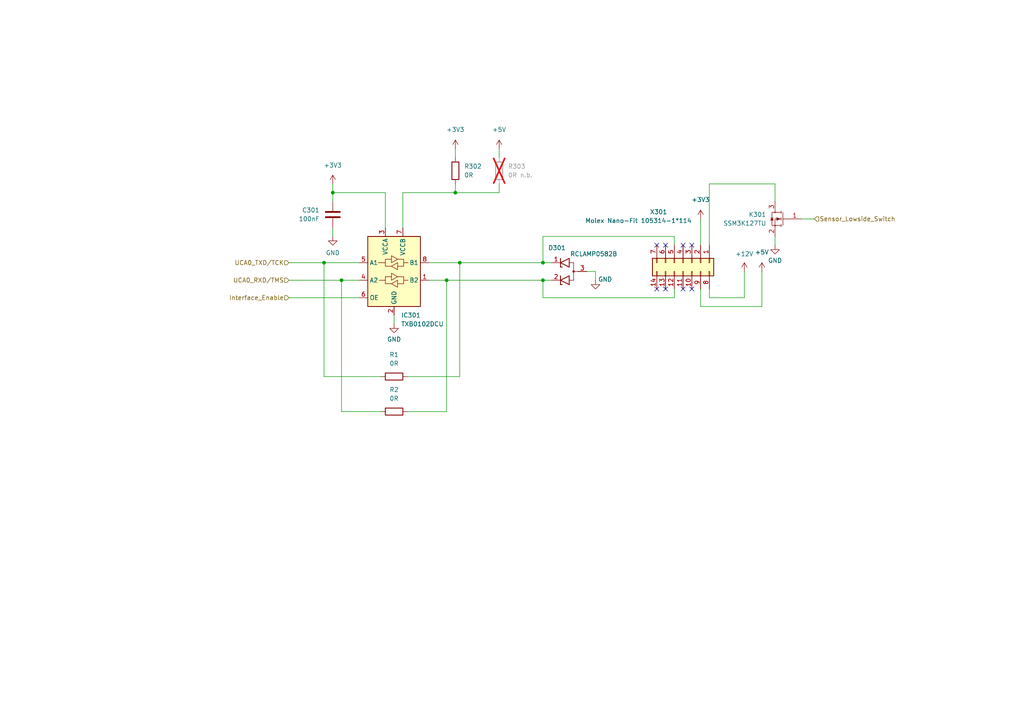
<source format=kicad_sch>
(kicad_sch (version 20250114) (generator "eeschema") (generator_version "9.0")
  (paper "A4")
  (lib_symbols
    (symbol "Connector_Generic:Conn_02x07_Top_Bottom" (pin_names (offset 1.016) (hide yes))
      (property "Reference" "J" (at 1.27 10.16 0))
      (property "Value" "Conn_02x07_Top_Bottom" (at 1.27 -10.16 0))
      (symbol "Conn_02x07_Top_Bottom_1_1"
        (rectangle (start -1.27 8.89) (end 3.81 -8.89) (stroke (width 0.254)) (fill (type background)))
        (rectangle (start -1.27 7.747) (end 0 7.493) (stroke (width 0.1524)))
        (rectangle (start -1.27 5.207) (end 0 4.953) (stroke (width 0.1524)))
        (rectangle (start -1.27 2.667) (end 0 2.413) (stroke (width 0.1524)))
        (rectangle (start -1.27 0.127) (end 0 -0.127) (stroke (width 0.1524)))
        (rectangle (start -1.27 -2.413) (end 0 -2.667) (stroke (width 0.1524)))
        (rectangle (start -1.27 -4.953) (end 0 -5.207) (stroke (width 0.1524)))
        (rectangle (start -1.27 -7.493) (end 0 -7.747) (stroke (width 0.1524)))
        (rectangle (start 3.81 7.747) (end 2.54 7.493) (stroke (width 0.1524)))
        (rectangle (start 3.81 5.207) (end 2.54 4.953) (stroke (width 0.1524)))
        (rectangle (start 3.81 2.667) (end 2.54 2.413) (stroke (width 0.1524)))
        (rectangle (start 3.81 0.127) (end 2.54 -0.127) (stroke (width 0.1524)))
        (rectangle (start 3.81 -2.413) (end 2.54 -2.667) (stroke (width 0.1524)))
        (rectangle (start 3.81 -4.953) (end 2.54 -5.207) (stroke (width 0.1524)))
        (rectangle (start 3.81 -7.493) (end 2.54 -7.747) (stroke (width 0.1524)))
        (pin passive line (at -5.08 7.62 0) (length 3.81) (name "Pin_1") (number "1"))
        (pin passive line (at -5.08 5.08 0) (length 3.81) (name "Pin_2") (number "2"))
        (pin passive line (at -5.08 2.54 0) (length 3.81) (name "Pin_3") (number "3"))
        (pin passive line (at -5.08 0 0) (length 3.81) (name "Pin_4") (number "4"))
        (pin passive line (at -5.08 -2.54 0) (length 3.81) (name "Pin_5") (number "5"))
        (pin passive line (at -5.08 -5.08 0) (length 3.81) (name "Pin_6") (number "6"))
        (pin passive line (at -5.08 -7.62 0) (length 3.81) (name "Pin_7") (number "7"))
        (pin passive line (at 7.62 7.62 180) (length 3.81) (name "Pin_8") (number "8"))
        (pin passive line (at 7.62 5.08 180) (length 3.81) (name "Pin_9") (number "9"))
        (pin passive line (at 7.62 2.54 180) (length 3.81) (name "Pin_10") (number "10"))
        (pin passive line (at 7.62 0 180) (length 3.81) (name "Pin_11") (number "11"))
        (pin passive line (at 7.62 -2.54 180) (length 3.81) (name "Pin_12") (number "12"))
        (pin passive line (at 7.62 -5.08 180) (length 3.81) (name "Pin_13") (number "13"))
        (pin passive line (at 7.62 -7.62 180) (length 3.81) (name "Pin_14") (number "14"))
      )
    )
    (symbol "Device:C" (pin_numbers (hide yes)) (pin_names (offset 0.254))
      (property "Reference" "C" (at 0.635 2.54 0))
      (property "Value" "C" (at 0.635 -2.54 0))
      (symbol "C_0_1"
        (polyline (pts (xy -2.032 0.762) (xy 2.032 0.762)) (stroke (width 0.508)))
        (polyline (pts (xy -2.032 -0.762) (xy 2.032 -0.762)) (stroke (width 0.508)))
      )
      (symbol "C_1_1"
        (pin passive line (at 0 3.81 270) (length 2.794) (name "~") (number "1"))
        (pin passive line (at 0 -3.81 90) (length 2.794) (name "~") (number "2"))
      )
    )
    (symbol "Device:R" (pin_numbers (hide yes)) (pin_names (offset 0))
      (property "Reference" "R" (at 2.032 0 90))
      (property "Value" "R" (at 0 0 90))
      (symbol "R_0_1"
        (rectangle (start -1.016 -2.54) (end 1.016 2.54) (stroke (width 0.254)))
      )
      (symbol "R_1_1"
        (pin passive line (at 0 3.81 270) (length 1.27) (name "~") (number "1"))
        (pin passive line (at 0 -3.81 90) (length 1.27) (name "~") (number "2"))
      )
    )
    (symbol "HER_Symbole:NMOS_FET"
      (property "Reference" "K301" (at 2.54 -1.2701 0))
      (property "Value" "SSM3K127TU" (at 2.54 1.2699 0))
      (symbol "NMOS_FET_0_1"
        (polyline (pts (xy -3.81 0) (xy -2.286 0)))
        (polyline (pts (xy -2.286 -1.905) (xy -2.286 1.905)))
        (polyline (pts (xy -1.778 2.286) (xy -1.778 1.524)))
        (polyline (pts (xy -1.778 1.905) (xy 0 1.905)))
        (polyline (pts (xy -1.778 0.381) (xy -1.778 -0.381)))
        (polyline (pts (xy -1.778 0) (xy 0 0) (xy 0 2.032)))
        (polyline (pts (xy -1.778 -1.524) (xy -1.778 -2.286)))
        (polyline (pts (xy -1.778 -1.905) (xy 0.254 -1.905) (xy 0.889 -1.905) (xy 0.889 1.905) (xy 0.254 1.905) (xy 0 1.905)))
        (polyline (pts (xy -1.397 0) (xy -0.508 0.381) (xy -0.508 -0.381) (xy -1.397 0)) (fill (type outline)))
        (circle (center 0 1.905) (radius 0.127))
        (circle (center 0 -1.905) (radius 0.127))
        (polyline (pts (xy 0.508 -0.254) (xy 1.27 -0.254)))
        (polyline (pts (xy 0.889 -0.254) (xy 1.27 0.381) (xy 0.508 0.381) (xy 0.889 -0.254)) (fill (type outline)))
      )
      (symbol "NMOS_FET_1_1"
        (pin passive line (at -7.62 0 0) (length 3.81) (name "") (number "1"))
        (pin passive line (at 0 5.08 270) (length 3.048) (name "") (number "2"))
        (pin passive line (at 0 -5.08 90) (length 3.048) (name "") (number "3"))
      )
    )
    (symbol "Logic_LevelTranslator:TXB0102DCU"
      (property "Reference" "U" (at -6.35 11.43 0))
      (property "Value" "TXB0102DCU" (at 3.81 11.43 0))
      (symbol "TXB0102DCU_0_1"
        (rectangle (start -7.62 10.16) (end 7.62 -10.16) (stroke (width 0.254)) (fill (type background)))
        (polyline (pts (xy -2.54 2.54) (xy -2.54 3.556) (xy -0.762 3.556)))
        (polyline (pts (xy -2.54 -2.54) (xy -2.54 -1.524) (xy -0.762 -1.524)))
        (polyline (pts (xy -0.762 2.54) (xy -0.762 4.572) (xy 1.016 3.556) (xy -0.762 2.54)))
        (polyline (pts (xy -0.762 1.524) (xy -2.54 1.524) (xy -2.54 2.54) (xy -4.572 2.54)))
        (polyline (pts (xy -0.762 -2.54) (xy -0.762 -0.508) (xy 1.016 -1.524) (xy -0.762 -2.54)))
        (polyline (pts (xy -0.762 -3.556) (xy -2.54 -3.556) (xy -2.54 -2.54) (xy -4.318 -2.54)))
        (polyline (pts (xy 1.016 3.556) (xy 2.794 3.556) (xy 2.794 2.54) (xy 4.064 2.54)))
        (polyline (pts (xy 1.016 2.54) (xy 1.016 0.762) (xy 1.016 0.508) (xy -0.762 1.524) (xy 1.016 2.54)))
        (polyline (pts (xy 1.016 -1.524) (xy 2.794 -1.524) (xy 2.794 -2.54) (xy 4.064 -2.54)))
        (polyline (pts (xy 1.016 -2.54) (xy 1.016 -4.572) (xy -0.762 -3.556) (xy 1.016 -2.54)))
        (polyline (pts (xy 2.794 2.54) (xy 2.794 1.524) (xy 1.016 1.524)))
        (polyline (pts (xy 2.794 -2.54) (xy 2.794 -3.556) (xy 1.016 -3.556)))
      )
      (symbol "TXB0102DCU_1_1"
        (pin bidirectional line (at -10.16 2.54 0) (length 2.54) (name "A1") (number "5"))
        (pin bidirectional line (at -10.16 -2.54 0) (length 2.54) (name "A2") (number "4"))
        (pin input line (at -10.16 -7.62 0) (length 2.54) (name "OE") (number "6"))
        (pin power_in line (at -2.54 12.7 270) (length 2.54) (name "VCCA") (number "3"))
        (pin power_in line (at 0 -12.7 90) (length 2.54) (name "GND") (number "2"))
        (pin power_in line (at 2.54 12.7 270) (length 2.54) (name "VCCB") (number "7"))
        (pin bidirectional line (at 10.16 2.54 180) (length 2.54) (name "B1") (number "8"))
        (pin bidirectional line (at 10.16 -2.54 180) (length 2.54) (name "B2") (number "1"))
      )
    )
    (symbol "Power_Protection:RCLAMP0582B" (pin_names (hide yes))
      (property "Reference" "D" (at 0 5.08 0))
      (property "Value" "RCLAMP0582B" (at 0 -5.08 0))
      (symbol "RCLAMP0582B_0_1"
        (polyline (pts (xy -2.54 0) (xy -1.27 0)))
        (polyline (pts (xy -1.27 2.54) (xy -1.27 -2.54)))
        (polyline (pts (xy 0 2.54) (xy -1.27 2.54)) (stroke (width 0.1524)))
        (polyline (pts (xy 0 1.27) (xy 0 3.81) (xy 2.54 2.54) (xy 0 1.27)) (stroke (width 0.254)))
        (polyline (pts (xy 2.54 3.81) (xy 2.54 1.27) (xy 2.032 1.27)) (stroke (width 0.254)))
        (pin passive line (at -5.08 0 0) (length 2.54) (name "A") (number "3"))
      )
      (symbol "RCLAMP0582B_1_1"
        (circle (center -1.27 0) (radius 0.254) (fill (type outline)))
        (polyline (pts (xy 0 -2.54) (xy -1.27 -2.54)) (stroke (width 0.1524)))
        (polyline (pts (xy 0 -3.81) (xy 0 -1.27) (xy 2.54 -2.54) (xy 0 -3.81)) (stroke (width 0.254)))
        (polyline (pts (xy 2.54 -1.27) (xy 2.54 -3.81) (xy 2.032 -3.81)) (stroke (width 0.254)))
        (pin passive line (at 5.08 2.54 180) (length 2.54) (name "K1") (number "1"))
        (pin passive line (at 5.08 -2.54 180) (length 2.54) (name "K2") (number "2"))
      )
    )
    (symbol "power:+12V" (power) (pin_names (offset 0))
      (property "Value" "+12V" (at 0 3.556 0))
      (symbol "+12V_0_1"
        (polyline (pts (xy -0.762 1.27) (xy 0 2.54)))
        (polyline (pts (xy 0 2.54) (xy 0.762 1.27)))
        (polyline (pts (xy 0 0) (xy 0 2.54)))
      )
      (symbol "+12V_1_1"
        (pin power_in line (at 0 0 90) (length 0) (hide yes) (name "+12V") (number "1"))
      )
    )
    (symbol "power:+3.3V" (power) (pin_names (offset 0))
      (property "Value" "+3.3V" (at 0 3.556 0))
      (symbol "+3.3V_0_1"
        (polyline (pts (xy -0.762 1.27) (xy 0 2.54)))
        (polyline (pts (xy 0 2.54) (xy 0.762 1.27)))
        (polyline (pts (xy 0 0) (xy 0 2.54)))
      )
      (symbol "+3.3V_1_1"
        (pin power_in line (at 0 0 90) (length 0) (hide yes) (name "+3V3") (number "1"))
      )
    )
    (symbol "power:+3V3" (power) (pin_names (offset 0))
      (property "Value" "+3V3" (at 0 3.556 0))
      (symbol "+3V3_0_1"
        (polyline (pts (xy -0.762 1.27) (xy 0 2.54)))
        (polyline (pts (xy 0 2.54) (xy 0.762 1.27)))
        (polyline (pts (xy 0 0) (xy 0 2.54)))
      )
      (symbol "+3V3_1_1"
        (pin power_in line (at 0 0 90) (length 0) (hide yes) (name "+3V3") (number "1"))
      )
    )
    (symbol "power:+5V" (power) (pin_names (offset 0))
      (property "Value" "+5V" (at 0 3.556 0))
      (symbol "+5V_0_1"
        (polyline (pts (xy -0.762 1.27) (xy 0 2.54)))
        (polyline (pts (xy 0 2.54) (xy 0.762 1.27)))
        (polyline (pts (xy 0 0) (xy 0 2.54)))
      )
      (symbol "+5V_1_1"
        (pin power_in line (at 0 0 90) (length 0) (hide yes) (name "+5V") (number "1"))
      )
    )
    (symbol "power:GND" (power) (pin_names (offset 0))
      (property "Value" "GND" (at 0 -3.81 0))
      (symbol "GND_0_1"
        (polyline (pts (xy 0 0) (xy 0 -1.27) (xy 1.27 -1.27) (xy 0 -2.54) (xy -1.27 -1.27) (xy 0 -1.27)))
      )
      (symbol "GND_1_1"
        (pin power_in line (at 0 0 270) (length 0) (hide yes) (name "GND") (number "1"))
      )
    )
  )
  (junction (at 132.08 55.88))
  (junction (at 157.48 81.28))
  (junction (at 99.06 81.28))
  (junction (at 96.52 55.88))
  (junction (at 157.48 76.2))
  (junction (at 93.98 76.2))
  (junction (at 129.54 81.28))
  (junction (at 133.35 76.2))
  (no_connect (at 198.12 71.12))
  (no_connect (at 200.66 71.12))
  (no_connect (at 190.5 71.12))
  (no_connect (at 193.04 71.12))
  (no_connect (at 190.5 83.82))
  (no_connect (at 200.66 83.82))
  (no_connect (at 198.12 83.82))
  (no_connect (at 193.04 83.82))
  (wire (pts (xy 157.48 81.28) (xy 160.02 81.28)))
  (wire (pts (xy 132.08 43.18) (xy 132.08 45.72)))
  (wire (pts (xy 205.74 86.36) (xy 215.9 86.36)))
  (wire (pts (xy 111.76 55.88) (xy 111.76 66.04)))
  (wire (pts (xy 96.52 55.88) (xy 96.52 58.42)))
  (wire (pts (xy 114.3 93.98) (xy 114.3 91.44)))
  (wire (pts (xy 157.48 68.58) (xy 195.58 68.58)))
  (wire (pts (xy 232.41 63.5) (xy 236.22 63.5)))
  (wire (pts (xy 116.84 55.88) (xy 132.08 55.88)))
  (wire (pts (xy 132.08 55.88) (xy 132.08 53.34)))
  (wire (pts (xy 129.54 119.38) (xy 129.54 81.28)))
  (wire (pts (xy 157.48 76.2) (xy 160.02 76.2)))
  (wire (pts (xy 215.9 86.36) (xy 215.9 78.74)))
  (wire (pts (xy 124.46 76.2) (xy 133.35 76.2)))
  (wire (pts (xy 93.98 76.2) (xy 104.14 76.2)))
  (wire (pts (xy 96.52 68.58) (xy 96.52 66.04)))
  (wire (pts (xy 195.58 83.82) (xy 195.58 86.36)))
  (wire (pts (xy 224.79 68.58) (xy 224.79 71.12)))
  (wire (pts (xy 83.82 86.36) (xy 104.14 86.36)))
  (wire (pts (xy 110.49 109.22) (xy 93.98 109.22)))
  (wire (pts (xy 93.98 109.22) (xy 93.98 76.2)))
  (wire (pts (xy 116.84 55.88) (xy 116.84 66.04)))
  (wire (pts (xy 96.52 53.34) (xy 96.52 55.88)))
  (wire (pts (xy 124.46 81.28) (xy 129.54 81.28)))
  (wire (pts (xy 133.35 76.2) (xy 157.48 76.2)))
  (wire (pts (xy 129.54 81.28) (xy 157.48 81.28)))
  (wire (pts (xy 132.08 55.88) (xy 144.78 55.88)))
  (wire (pts (xy 83.82 81.28) (xy 99.06 81.28)))
  (wire (pts (xy 205.74 53.34) (xy 224.79 53.34)))
  (wire (pts (xy 170.18 78.74) (xy 172.72 78.74)))
  (wire (pts (xy 157.48 68.58) (xy 157.48 76.2)))
  (wire (pts (xy 96.52 55.88) (xy 111.76 55.88)))
  (wire (pts (xy 224.79 53.34) (xy 224.79 58.42)))
  (wire (pts (xy 99.06 119.38) (xy 99.06 81.28)))
  (wire (pts (xy 157.48 81.28) (xy 157.48 86.36)))
  (wire (pts (xy 220.98 88.9) (xy 203.2 88.9)))
  (wire (pts (xy 118.11 109.22) (xy 133.35 109.22)))
  (wire (pts (xy 110.49 119.38) (xy 99.06 119.38)))
  (wire (pts (xy 203.2 88.9) (xy 203.2 83.82)))
  (wire (pts (xy 118.11 119.38) (xy 129.54 119.38)))
  (wire (pts (xy 99.06 81.28) (xy 104.14 81.28)))
  (wire (pts (xy 157.48 86.36) (xy 195.58 86.36)))
  (wire (pts (xy 220.98 88.9) (xy 220.98 78.74)))
  (wire (pts (xy 205.74 53.34) (xy 205.74 71.12)))
  (wire (pts (xy 83.82 76.2) (xy 93.98 76.2)))
  (wire (pts (xy 144.78 55.88) (xy 144.78 53.34)))
  (wire (pts (xy 133.35 109.22) (xy 133.35 76.2)))
  (wire (pts (xy 172.72 78.74) (xy 172.72 81.28)))
  (wire (pts (xy 195.58 71.12) (xy 195.58 68.58)))
  (wire (pts (xy 203.2 71.12) (xy 203.2 63.5)))
  (wire (pts (xy 144.78 43.18) (xy 144.78 45.72)))
  (wire (pts (xy 205.74 83.82) (xy 205.74 86.36)))
  (hierarchical_label "UCA0_RXD{slash}TMS" (shape input) (at 83.82 81.28 180))
  (hierarchical_label "UCA0_TXD{slash}TCK" (shape input) (at 83.82 76.2 180))
  (hierarchical_label "Sensor_Lowside_Switch" (shape input) (at 236.22 63.5 0))
  (hierarchical_label "Interface_Enable" (shape input) (at 83.82 86.36 180))
  (symbol (lib_id "Power_Protection:RCLAMP0582B") (at 165.1 78.74 0) (mirror y) (unit 1)
    (property "Reference" "D301" (at 161.544 71.882 0))
    (property "Value" "RCLAMP0582B" (at 172.212 73.66 0))
    (property "Footprint" "Package_TO_SOT_SMD:SOT-416" (effects (hide yes)))
    (property "Datasheet" "https://www.semtech.com/products/circuit-protection/low-capacitance/rclamp0582b" (effects (hide yes)))
    (property "eurocircuits_MPN" "RCLAMP0582BQTCT" (effects (hide yes)))
  )
  (symbol (lib_id "Device:R") (at 144.78 49.53 0) (unit 1) (dnp yes)
    (property "Reference" "R303" (at 147.32 48.2599 0) (effects (justify left)))
    (property "Value" "0R n.b." (at 147.32 50.7999 0) (effects (justify left)))
    (property "Footprint" "Resistor_SMD:R_0603_1608Metric_Pad0.98x0.95mm_HandSolder" (effects (hide yes)))
  )
  (symbol (lib_id "power:GND") (at 114.3 93.98 0) (mirror y) (unit 1)
    (property "Reference" "#PWR0110" (effects (hide yes)))
    (property "Value" "GND" (at 114.3 98.425 0))
  )
  (symbol (lib_id "power:+3.3V") (at 96.52 53.34 0) (mirror y) (unit 1)
    (property "Reference" "#PWR0108" (effects (hide yes)))
    (property "Value" "+3V3" (at 96.52 47.9425 0))
  )
  (symbol (lib_id "power:+3V3") (at 132.08 43.18 0) (unit 1)
    (property "Reference" "#PWR0106" (effects (hide yes)))
    (property "Value" "+3V3" (at 132.08 37.592 0))
  )
  (symbol (lib_id "Device:R") (at 114.3 119.38 90) (unit 1)
    (property "Reference" "R2" (at 114.3 113.03 90))
    (property "Value" "0R" (at 114.3 115.57 90))
    (property "Footprint" "Resistor_SMD:R_0603_1608Metric_Pad0.98x0.95mm_HandSolder" (effects (hide yes)))
  )
  (symbol (lib_id "HER_Symbole:NMOS_FET") (at 224.79 63.5 180) (unit 1)
    (property "Reference" "K301" (at 222.25 62.2299 0) (effects (justify left)))
    (property "Value" "SSM3K127TU" (at 222.25 64.7699 0) (effects (justify left)))
    (property "Footprint" "Package_TO_SOT_SMD:SOT-23" (effects (hide yes)))
    (property "eurocircuits_MPN" "BSH105,215" (effects (hide yes)))
  )
  (symbol (lib_id "power:+12V") (at 215.9 78.74 0) (unit 1)
    (property "Reference" "#PWR0101" (effects (hide yes)))
    (property "Value" "+12V" (at 215.9 73.66 0))
  )
  (symbol (lib_id "power:+3V3") (at 203.2 63.5 0) (unit 1)
    (property "Reference" "#PWR0104" (effects (hide yes)))
    (property "Value" "+3V3" (at 203.2 57.912 0))
  )
  (symbol (lib_id "Device:R") (at 132.08 49.53 0) (unit 1)
    (property "Reference" "R302" (at 134.62 48.2599 0) (effects (justify left)))
    (property "Value" "0R" (at 134.62 50.7999 0) (effects (justify left)))
    (property "Footprint" "Resistor_SMD:R_0603_1608Metric_Pad0.98x0.95mm_HandSolder" (effects (hide yes)))
    (property "eurocircuits_MPN" "MCWR06X000 PTL" (effects (hide yes)))
  )
  (symbol (lib_id "Device:R") (at 114.3 109.22 90) (unit 1)
    (property "Reference" "R1" (at 114.3 102.87 90))
    (property "Value" "0R" (at 114.3 105.41 90))
    (property "Footprint" "Resistor_SMD:R_0603_1608Metric_Pad0.98x0.95mm_HandSolder" (effects (hide yes)))
  )
  (symbol (lib_id "Logic_LevelTranslator:TXB0102DCU") (at 114.3 78.74 0) (unit 1)
    (property "Reference" "IC301" (at 116.3194 91.44 0) (effects (justify left)))
    (property "Value" "TXB0102DCU" (at 116.3194 93.98 0) (effects (justify left)))
    (property "Footprint" "Package_SO:VSSOP-8_2.3x2mm_P0.5mm" (effects (hide yes)))
    (property "Datasheet" "http://www.ti.com/lit/ds/symlink/txb0102.pdf" (effects (hide yes)))
    (property "eurocircuits_MPN" "TXB0102DCUT" (effects (hide yes)))
  )
  (symbol (lib_id "power:GND") (at 96.52 68.58 0) (mirror y) (unit 1)
    (property "Reference" "#PWR0109" (effects (hide yes)))
    (property "Value" "GND" (at 96.52 73.3425 0))
  )
  (symbol (lib_id "power:GND") (at 172.72 81.28 0) (mirror y) (unit 1)
    (property "Reference" "#PWR0105" (effects (hide yes)))
    (property "Value" "GND" (at 175.514 81.026 0))
  )
  (symbol (lib_id "power:GND") (at 224.79 71.12 0) (unit 1)
    (property "Reference" "#PWR0103" (effects (hide yes)))
    (property "Value" "GND" (at 224.79 75.565 0))
  )
  (symbol (lib_id "Connector_Generic:Conn_02x07_Top_Bottom") (at 198.12 76.2 270) (unit 1)
    (property "Reference" "X301" (at 193.548 61.468 90) (effects (justify right)))
    (property "Value" "Molex Nano-Fit 105314-1*114" (at 200.66 64.008 90) (effects (justify right)))
    (property "Footprint" "Connector_Molex:Molex_Nano-Fit_105314-xx14_2x07_P2.50mm_Horizontal" (effects (hide yes)))
    (property "eurocircuits_MPN" "105314-1114" (effects (hide yes)))
  )
  (symbol (lib_id "power:+5V") (at 144.78 43.18 0) (unit 1)
    (property "Reference" "#PWR0107" (effects (hide yes)))
    (property "Value" "+5V" (at 144.78 37.592 0))
  )
  (symbol (lib_id "power:+5V") (at 220.98 78.74 0) (unit 1)
    (property "Reference" "#PWR0102" (effects (hide yes)))
    (property "Value" "+5V" (at 220.98 73.152 0))
  )
  (symbol (lib_id "Device:C") (at 96.52 62.23 0) (mirror y) (unit 1)
    (property "Reference" "C301" (at 92.71 60.9599 0) (effects (justify left)))
    (property "Value" "100nF" (at 92.71 63.4999 0) (effects (justify left)))
    (property "Footprint" "Capacitor_SMD:C_0603_1608Metric_Pad1.08x0.95mm_HandSolder" (effects (hide yes)))
    (property "eurocircuits_MPN" "GPC0603104" (effects (hide yes)))
  )
)
</source>
